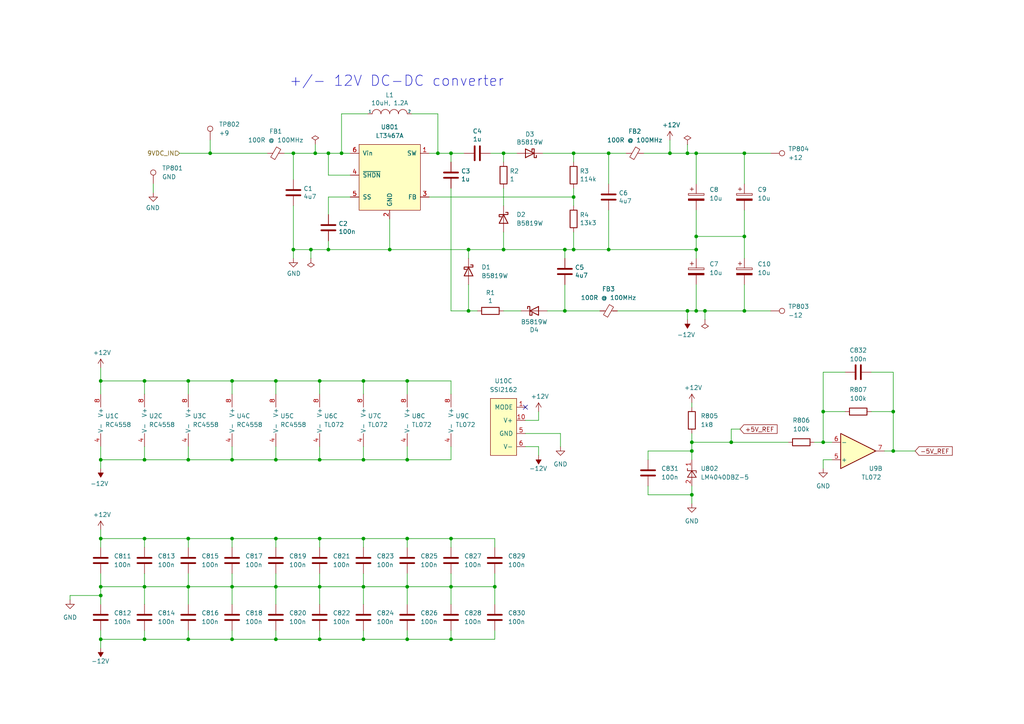
<source format=kicad_sch>
(kicad_sch (version 20211123) (generator eeschema)
  (paper "A4")
  (title_block (title "Phasor II Clone") (date "2022-10-15") (rev "0") (comment 2 "creativecommons.org/licenses/by/4.0/") (comment 3 "License: CC by 4.0: ") (comment 4 "Author: Jordan Aceto"))
  (lib_symbols
    (symbol "Amplifier_Operational:RC4558" (pin_names (offset 0.127))
      (property "Reference" "U" (at 0 5.08 0))
      (property "Value" "RC4558" (at 0 -5.08 0))
      (symbol "RC4558_1_1"
        (polyline (pts (xy -5.08 5.08) (xy 5.08 0) (xy -5.08 -5.08) (xy -5.08 5.08)) (stroke (width 0.254)) (fill (type background)))
        (pin output line (at 7.62 0 180) (length 2.54) (name "~") (number "1"))
        (pin input line (at -7.62 -2.54 0) (length 2.54) (name "-") (number "2"))
        (pin input line (at -7.62 2.54 0) (length 2.54) (name "+") (number "3"))
      )
      (symbol "RC4558_2_1"
        (polyline (pts (xy -5.08 5.08) (xy 5.08 0) (xy -5.08 -5.08) (xy -5.08 5.08)) (stroke (width 0.254)) (fill (type background)))
        (pin input line (at -7.62 2.54 0) (length 2.54) (name "+") (number "5"))
        (pin input line (at -7.62 -2.54 0) (length 2.54) (name "-") (number "6"))
        (pin output line (at 7.62 0 180) (length 2.54) (name "~") (number "7"))
      )
      (symbol "RC4558_3_1"
        (pin power_in line (at -2.54 -7.62 90) (length 3.81) (name "V-") (number "4"))
        (pin power_in line (at -2.54 7.62 270) (length 3.81) (name "V+") (number "8"))
      )
    )
    (symbol "Amplifier_Operational:TL072" (pin_names (offset 0.127))
      (property "Reference" "U" (at 0 5.08 0))
      (property "Value" "TL072" (at 0 -5.08 0))
      (symbol "TL072_1_1"
        (polyline (pts (xy -5.08 5.08) (xy 5.08 0) (xy -5.08 -5.08) (xy -5.08 5.08)) (stroke (width 0.254)) (fill (type background)))
        (pin output line (at 7.62 0 180) (length 2.54) (name "~") (number "1"))
        (pin input line (at -7.62 -2.54 0) (length 2.54) (name "-") (number "2"))
        (pin input line (at -7.62 2.54 0) (length 2.54) (name "+") (number "3"))
      )
      (symbol "TL072_2_1"
        (polyline (pts (xy -5.08 5.08) (xy 5.08 0) (xy -5.08 -5.08) (xy -5.08 5.08)) (stroke (width 0.254)) (fill (type background)))
        (pin input line (at -7.62 2.54 0) (length 2.54) (name "+") (number "5"))
        (pin input line (at -7.62 -2.54 0) (length 2.54) (name "-") (number "6"))
        (pin output line (at 7.62 0 180) (length 2.54) (name "~") (number "7"))
      )
      (symbol "TL072_3_1"
        (pin power_in line (at -2.54 -7.62 90) (length 3.81) (name "V-") (number "4"))
        (pin power_in line (at -2.54 7.62 270) (length 3.81) (name "V+") (number "8"))
      )
    )
    (symbol "Connector:TestPoint" (pin_numbers hide) (pin_names (offset 0.762) hide)
      (property "Reference" "TP" (at 0 6.858 0))
      (property "Value" "TestPoint" (at 0 5.08 0))
      (symbol "TestPoint_0_1"
        (circle (center 0 3.302) (radius 0.762))
      )
      (symbol "TestPoint_1_1"
        (pin passive line (at 0 0 90) (length 2.54) (name "1") (number "1"))
      )
    )
    (symbol "Device:C" (pin_numbers hide) (pin_names (offset 0.254))
      (property "Reference" "C" (at 0.635 2.54 0))
      (property "Value" "C" (at 0.635 -2.54 0))
      (symbol "C_0_1"
        (polyline (pts (xy -2.032 -0.762) (xy 2.032 -0.762)) (stroke (width 0.508)))
        (polyline (pts (xy -2.032 0.762) (xy 2.032 0.762)) (stroke (width 0.508)))
      )
      (symbol "C_1_1"
        (pin passive line (at 0 3.81 270) (length 2.794) (name "~") (number "1"))
        (pin passive line (at 0 -3.81 90) (length 2.794) (name "~") (number "2"))
      )
    )
    (symbol "Device:C_Polarized" (pin_numbers hide) (pin_names (offset 0.254))
      (property "Reference" "C" (at 0.635 2.54 0))
      (property "Value" "C_Polarized" (at 0.635 -2.54 0))
      (symbol "C_Polarized_0_1"
        (rectangle (start -2.286 0.508) (end 2.286 1.016))
        (polyline (pts (xy -1.778 2.286) (xy -0.762 2.286)))
        (polyline (pts (xy -1.27 2.794) (xy -1.27 1.778)))
        (rectangle (start 2.286 -0.508) (end -2.286 -1.016) (fill (type outline)))
      )
      (symbol "C_Polarized_1_1"
        (pin passive line (at 0 3.81 270) (length 2.794) (name "~") (number "1"))
        (pin passive line (at 0 -3.81 90) (length 2.794) (name "~") (number "2"))
      )
    )
    (symbol "Device:D_Schottky" (pin_numbers hide) (pin_names (offset 1.016) hide)
      (property "Reference" "D" (at 0 2.54 0))
      (property "Value" "D_Schottky" (at 0 -2.54 0))
      (symbol "D_Schottky_0_1"
        (polyline (pts (xy 1.27 0) (xy -1.27 0)))
        (polyline (pts (xy 1.27 1.27) (xy 1.27 -1.27) (xy -1.27 0) (xy 1.27 1.27)) (stroke (width 0.254)))
        (polyline (pts (xy -1.905 0.635) (xy -1.905 1.27) (xy -1.27 1.27) (xy -1.27 -1.27) (xy -0.635 -1.27) (xy -0.635 -0.635)) (stroke (width 0.254)))
      )
      (symbol "D_Schottky_1_1"
        (pin passive line (at -3.81 0 0) (length 2.54) (name "K") (number "1"))
        (pin passive line (at 3.81 0 180) (length 2.54) (name "A") (number "2"))
      )
    )
    (symbol "Device:FerriteBead_Small" (pin_numbers hide) (pin_names (offset 0))
      (property "Reference" "FB" (at 1.905 1.27 0))
      (property "Value" "FerriteBead_Small" (at 1.905 -1.27 0))
      (symbol "FerriteBead_Small_0_1"
        (polyline (pts (xy 0 -1.27) (xy 0 -0.7874)))
        (polyline (pts (xy 0 0.889) (xy 0 1.2954)))
        (polyline (pts (xy -1.8288 0.2794) (xy -1.1176 1.4986) (xy 1.8288 -0.2032) (xy 1.1176 -1.4224) (xy -1.8288 0.2794)))
      )
      (symbol "FerriteBead_Small_1_1"
        (pin passive line (at 0 2.54 270) (length 1.27) (name "~") (number "1"))
        (pin passive line (at 0 -2.54 90) (length 1.27) (name "~") (number "2"))
      )
    )
    (symbol "Device:R" (pin_numbers hide) (pin_names (offset 0))
      (property "Reference" "R" (at 2.032 0 90))
      (property "Value" "R" (at 0 0 90))
      (symbol "R_0_1"
        (rectangle (start -1.016 -2.54) (end 1.016 2.54) (stroke (width 0.254)))
      )
      (symbol "R_1_1"
        (pin passive line (at 0 3.81 270) (length 1.27) (name "~") (number "1"))
        (pin passive line (at 0 -3.81 90) (length 1.27) (name "~") (number "2"))
      )
    )
    (symbol "Reference_Voltage:LM4040DBZ-5" (pin_names (offset 0.0254) hide)
      (property "Reference" "U" (at 0 2.54 0))
      (property "Value" "LM4040DBZ-5" (at 0 -3.175 0))
      (symbol "LM4040DBZ-5_0_1"
        (polyline (pts (xy -1.27 0) (xy 0 0) (xy 1.27 0)))
        (polyline (pts (xy -1.27 -1.27) (xy 0.635 0) (xy -1.27 1.27) (xy -1.27 -1.27)) (stroke (width 0.2032)))
        (polyline (pts (xy 0 -1.27) (xy 0.635 -1.27) (xy 0.635 1.27) (xy 1.27 1.27)) (stroke (width 0.2032)))
      )
      (symbol "LM4040DBZ-5_1_1"
        (pin passive line (at 3.81 0 180) (length 2.54) (name "K") (number "1"))
        (pin passive line (at -3.81 0 0) (length 2.54) (name "A") (number "2"))
      )
    )
    (symbol "custom_symbols:LT3467A" (pin_names (offset 1.016))
      (property "Reference" "U701" (at 0 13.97 0))
      (property "Value" "LT3467A" (at 0 11.43 0))
      (symbol "LT3467A_0_1"
        (rectangle (start -8.89 8.89) (end 8.89 -10.16) (fill (type background)))
      )
      (symbol "LT3467A_1_1"
        (pin power_out line (at 11.43 6.35 180) (length 2.54) (name "SW") (number "1"))
        (pin power_in line (at 0 -12.7 90) (length 2.54) (name "GND") (number "2"))
        (pin input line (at 11.43 -6.35 180) (length 2.54) (name "FB") (number "3"))
        (pin input line (at -11.43 0 0) (length 2.54) (name "~{SHDN}") (number "4"))
        (pin input line (at -11.43 -6.35 0) (length 2.54) (name "SS") (number "5"))
        (pin power_in line (at -11.43 6.35 0) (length 2.54) (name "Vin") (number "6"))
      )
    )
    (symbol "custom_symbols:SSI2162" (pin_names (offset 1.016))
      (property "Reference" "U?" (at 2.54 10.16 0))
      (property "Value" "SSI2162" (at 2.54 7.62 0))
      (symbol "SSI2162_1_1"
        (rectangle (start -5.08 5.08) (end 5.08 -5.08) (fill (type background)))
        (polyline (pts (xy 5.08 5.08) (xy -5.08 -5.08)))
        (polyline (pts (xy 5.08 5.08) (xy 10.16 0) (xy 5.08 -5.08) (xy -5.08 5.08)) (fill (type background)))
        (pin input line (at -7.62 0 0) (length 2.54) (name "~") (number "2"))
        (pin input line (at 0 -7.62 90) (length 2.54) (name "~") (number "3"))
        (pin output line (at 12.7 0 180) (length 2.54) (name "~") (number "4"))
      )
      (symbol "SSI2162_2_1"
        (rectangle (start -5.08 5.08) (end 5.08 -5.08) (fill (type background)))
        (polyline (pts (xy 5.08 5.08) (xy -5.08 -5.08)))
        (polyline (pts (xy 5.08 5.08) (xy 10.16 0) (xy 5.08 -5.08) (xy -5.08 5.08)) (fill (type background)))
        (pin output line (at 12.7 0 180) (length 2.54) (name "~") (number "7"))
        (pin input line (at 0 -7.62 90) (length 2.54) (name "~") (number "8"))
        (pin input line (at -7.62 0 0) (length 2.54) (name "~") (number "9"))
      )
      (symbol "SSI2162_3_1"
        (rectangle (start 3.81 -10.16) (end -3.81 6.35) (fill (type background)))
        (pin input line (at 6.35 3.81 180) (length 2.54) (name "MODE") (number "1"))
        (pin power_in line (at 6.35 0 180) (length 2.54) (name "V+") (number "10"))
        (pin power_in line (at 6.35 -3.81 180) (length 2.54) (name "GND") (number "5"))
        (pin power_in line (at 6.35 -7.62 180) (length 2.54) (name "V-") (number "6"))
      )
    )
    (symbol "power:+12V" (power) (pin_names (offset 0))
      (property "Value" "+12V" (at 0 3.556 0))
      (symbol "+12V_0_1"
        (polyline (pts (xy -0.762 1.27) (xy 0 2.54)))
        (polyline (pts (xy 0 0) (xy 0 2.54)))
        (polyline (pts (xy 0 2.54) (xy 0.762 1.27)))
      )
      (symbol "+12V_1_1"
        (pin power_in line (at 0 0 90) (length 0) hide (name "+12V") (number "1"))
      )
    )
    (symbol "power:-12V" (power) (pin_names (offset 0))
      (property "Value" "-12V" (at 0 3.81 0))
      (symbol "-12V_0_0"
        (pin power_in line (at 0 0 90) (length 0) hide (name "-12V") (number "1"))
      )
      (symbol "-12V_0_1"
        (polyline (pts (xy 0 0) (xy 0 1.27) (xy 0.762 1.27) (xy 0 2.54) (xy -0.762 1.27) (xy 0 1.27)) (fill (type outline)))
      )
    )
    (symbol "power:GND" (power) (pin_names (offset 0))
      (property "Value" "GND" (at 0 -3.81 0))
      (symbol "GND_0_1"
        (polyline (pts (xy 0 0) (xy 0 -1.27) (xy 1.27 -1.27) (xy 0 -2.54) (xy -1.27 -1.27) (xy 0 -1.27)))
      )
      (symbol "GND_1_1"
        (pin power_in line (at 0 0 270) (length 0) hide (name "GND") (number "1"))
      )
    )
    (symbol "power:PWR_FLAG" (power) (pin_numbers hide) (pin_names (offset 0) hide)
      (property "Value" "PWR_FLAG" (at 0 3.81 0))
      (symbol "PWR_FLAG_0_0"
        (pin power_out line (at 0 0 90) (length 0) (name "pwr") (number "1"))
      )
      (symbol "PWR_FLAG_0_1"
        (polyline (pts (xy 0 0) (xy 0 1.27) (xy -1.016 1.905) (xy 0 2.54) (xy 1.016 1.905) (xy 0 1.27)))
      )
    )
    (symbol "pspice:INDUCTOR" (pin_numbers hide) (pin_names (offset 0))
      (property "Reference" "L" (at 0 2.54 0))
      (property "Value" "INDUCTOR" (at 0 -1.27 0))
      (symbol "INDUCTOR_0_1"
        (arc (start -2.54 0) (mid -3.81 1.27) (end -5.08 0))
        (arc (start 0 0) (mid -1.27 1.27) (end -2.54 0))
        (arc (start 2.54 0) (mid 1.27 1.27) (end 0 0))
        (arc (start 5.08 0) (mid 3.81 1.27) (end 2.54 0))
      )
      (symbol "INDUCTOR_1_1"
        (pin input line (at -6.35 0 0) (length 1.27) (name "1") (number "1"))
        (pin input line (at 6.35 0 180) (length 1.27) (name "2") (number "2"))
      )
    )
  )
  (junction (at 143.51 170.18))
  (junction (at 201.93 68.58))
  (junction (at 105.41 185.42))
  (junction (at 91.44 44.45))
  (junction (at 67.31 133.35))
  (junction (at 80.01 133.35))
  (junction (at 215.9 44.45))
  (junction (at 95.25 44.45))
  (junction (at 105.41 170.18))
  (junction (at 201.93 72.39))
  (junction (at 238.76 119.38))
  (junction (at 67.31 110.49))
  (junction (at 95.25 72.39))
  (junction (at 118.11 110.49))
  (junction (at 80.01 170.18))
  (junction (at 118.11 170.18))
  (junction (at 118.11 156.21))
  (junction (at 130.81 170.18))
  (junction (at 41.91 185.42))
  (junction (at 215.9 90.17))
  (junction (at 201.93 44.45))
  (junction (at 199.39 44.45))
  (junction (at 29.21 185.42))
  (junction (at 99.06 44.45))
  (junction (at 215.9 68.58))
  (junction (at 212.09 128.27))
  (junction (at 105.41 156.21))
  (junction (at 67.31 156.21))
  (junction (at 259.08 119.38))
  (junction (at 90.17 72.39))
  (junction (at 163.83 72.39))
  (junction (at 199.39 90.17))
  (junction (at 166.37 72.39))
  (junction (at 41.91 110.49))
  (junction (at 176.53 72.39))
  (junction (at 200.66 130.81))
  (junction (at 54.61 156.21))
  (junction (at 80.01 110.49))
  (junction (at 130.81 44.45))
  (junction (at 54.61 170.18))
  (junction (at 105.41 133.35))
  (junction (at 200.66 143.51))
  (junction (at 67.31 170.18))
  (junction (at 29.21 156.21))
  (junction (at 85.09 44.45))
  (junction (at 54.61 185.42))
  (junction (at 54.61 133.35))
  (junction (at 127 44.45))
  (junction (at 130.81 156.21))
  (junction (at 200.66 128.27))
  (junction (at 92.71 185.42))
  (junction (at 29.21 172.72))
  (junction (at 92.71 133.35))
  (junction (at 166.37 57.15))
  (junction (at 105.41 110.49))
  (junction (at 130.81 185.42))
  (junction (at 163.83 90.17))
  (junction (at 113.03 72.39))
  (junction (at 118.11 185.42))
  (junction (at 259.08 130.81))
  (junction (at 80.01 156.21))
  (junction (at 80.01 185.42))
  (junction (at 29.21 170.18))
  (junction (at 54.61 110.49))
  (junction (at 238.76 128.27))
  (junction (at 194.31 44.45))
  (junction (at 92.71 156.21))
  (junction (at 201.93 90.17))
  (junction (at 60.96 44.45))
  (junction (at 146.05 44.45))
  (junction (at 118.11 133.35))
  (junction (at 176.53 44.45))
  (junction (at 166.37 44.45))
  (junction (at 135.89 90.17))
  (junction (at 135.89 72.39))
  (junction (at 146.05 72.39))
  (junction (at 29.21 133.35))
  (junction (at 41.91 156.21))
  (junction (at 67.31 185.42))
  (junction (at 92.71 170.18))
  (junction (at 41.91 170.18))
  (junction (at 85.09 72.39))
  (junction (at 29.21 110.49))
  (junction (at 204.47 90.17))
  (junction (at 41.91 133.35))
  (junction (at 92.71 110.49))
  (no_connect (at 152.4 118.11))
  (wire (pts (xy 29.21 156.21) (xy 41.91 156.21)))
  (wire (pts (xy 130.81 156.21) (xy 143.51 156.21)))
  (wire (pts (xy 101.6 44.45) (xy 99.06 44.45)))
  (wire (pts (xy 157.48 44.45) (xy 166.37 44.45)))
  (wire (pts (xy 105.41 110.49) (xy 92.71 110.49)))
  (wire (pts (xy 29.21 172.72) (xy 29.21 175.26)))
  (wire (pts (xy 200.66 125.73) (xy 200.66 128.27)))
  (wire (pts (xy 29.21 110.49) (xy 29.21 114.3)))
  (wire (pts (xy 54.61 156.21) (xy 67.31 156.21)))
  (wire (pts (xy 187.96 130.81) (xy 200.66 130.81)))
  (wire (pts (xy 118.11 182.88) (xy 118.11 185.42)))
  (wire (pts (xy 200.66 128.27) (xy 200.66 130.81)))
  (wire (pts (xy 29.21 185.42) (xy 29.21 187.96)))
  (wire (pts (xy 54.61 129.54) (xy 54.61 133.35)))
  (wire (pts (xy 187.96 140.97) (xy 187.96 143.51)))
  (wire (pts (xy 92.71 133.35) (xy 80.01 133.35)))
  (wire (pts (xy 143.51 182.88) (xy 143.51 185.42)))
  (wire (pts (xy 135.89 74.93) (xy 135.89 72.39)))
  (wire (pts (xy 105.41 110.49) (xy 105.41 114.3)))
  (wire (pts (xy 118.11 114.3) (xy 118.11 110.49)))
  (wire (pts (xy 54.61 166.37) (xy 54.61 170.18)))
  (wire (pts (xy 215.9 60.96) (xy 215.9 68.58)))
  (wire (pts (xy 201.93 72.39) (xy 201.93 74.93)))
  (wire (pts (xy 118.11 156.21) (xy 118.11 158.75)))
  (wire (pts (xy 105.41 170.18) (xy 105.41 175.26)))
  (wire (pts (xy 166.37 44.45) (xy 166.37 46.99)))
  (wire (pts (xy 134.62 44.45) (xy 130.81 44.45)))
  (wire (pts (xy 118.11 133.35) (xy 105.41 133.35)))
  (wire (pts (xy 252.73 119.38) (xy 259.08 119.38)))
  (wire (pts (xy 259.08 107.95) (xy 252.73 107.95)))
  (wire (pts (xy 194.31 44.45) (xy 199.39 44.45)))
  (wire (pts (xy 166.37 44.45) (xy 176.53 44.45)))
  (wire (pts (xy 67.31 133.35) (xy 54.61 133.35)))
  (wire (pts (xy 29.21 170.18) (xy 41.91 170.18)))
  (wire (pts (xy 54.61 182.88) (xy 54.61 185.42)))
  (wire (pts (xy 85.09 52.07) (xy 85.09 44.45)))
  (wire (pts (xy 130.81 129.54) (xy 130.81 133.35)))
  (wire (pts (xy 130.81 46.99) (xy 130.81 44.45)))
  (wire (pts (xy 201.93 68.58) (xy 201.93 72.39)))
  (wire (pts (xy 200.66 116.84) (xy 200.66 118.11)))
  (wire (pts (xy 105.41 133.35) (xy 92.71 133.35)))
  (wire (pts (xy 259.08 119.38) (xy 259.08 107.95)))
  (wire (pts (xy 199.39 44.45) (xy 201.93 44.45)))
  (wire (pts (xy 186.69 44.45) (xy 194.31 44.45)))
  (wire (pts (xy 223.52 44.45) (xy 215.9 44.45)))
  (wire (pts (xy 41.91 133.35) (xy 29.21 133.35)))
  (wire (pts (xy 67.31 185.42) (xy 80.01 185.42)))
  (wire (pts (xy 238.76 128.27) (xy 238.76 119.38)))
  (wire (pts (xy 29.21 133.35) (xy 29.21 129.54)))
  (wire (pts (xy 29.21 153.67) (xy 29.21 156.21)))
  (wire (pts (xy 67.31 166.37) (xy 67.31 170.18)))
  (wire (pts (xy 200.66 143.51) (xy 200.66 140.97)))
  (wire (pts (xy 146.05 54.61) (xy 146.05 59.69)))
  (wire (pts (xy 92.71 156.21) (xy 92.71 158.75)))
  (wire (pts (xy 238.76 135.89) (xy 238.76 133.35)))
  (wire (pts (xy 80.01 170.18) (xy 80.01 166.37)))
  (wire (pts (xy 119.38 33.02) (xy 127 33.02)))
  (wire (pts (xy 80.01 133.35) (xy 80.01 129.54)))
  (wire (pts (xy 54.61 170.18) (xy 54.61 175.26)))
  (wire (pts (xy 95.25 72.39) (xy 113.03 72.39)))
  (wire (pts (xy 199.39 90.17) (xy 199.39 92.71)))
  (wire (pts (xy 67.31 170.18) (xy 67.31 175.26)))
  (wire (pts (xy 187.96 133.35) (xy 187.96 130.81)))
  (wire (pts (xy 118.11 166.37) (xy 118.11 170.18)))
  (wire (pts (xy 80.01 133.35) (xy 67.31 133.35)))
  (wire (pts (xy 156.21 129.54) (xy 156.21 132.08)))
  (wire (pts (xy 256.54 130.81) (xy 259.08 130.81)))
  (wire (pts (xy 67.31 110.49) (xy 67.31 114.3)))
  (wire (pts (xy 29.21 185.42) (xy 41.91 185.42)))
  (wire (pts (xy 130.81 44.45) (xy 127 44.45)))
  (wire (pts (xy 105.41 166.37) (xy 105.41 170.18)))
  (wire (pts (xy 162.56 129.54) (xy 162.56 125.73)))
  (wire (pts (xy 95.25 62.23) (xy 95.25 57.15)))
  (wire (pts (xy 67.31 156.21) (xy 67.31 158.75)))
  (wire (pts (xy 54.61 185.42) (xy 67.31 185.42)))
  (wire (pts (xy 238.76 133.35) (xy 241.3 133.35)))
  (wire (pts (xy 146.05 72.39) (xy 163.83 72.39)))
  (wire (pts (xy 143.51 166.37) (xy 143.51 170.18)))
  (wire (pts (xy 92.71 133.35) (xy 92.71 129.54)))
  (wire (pts (xy 41.91 110.49) (xy 29.21 110.49)))
  (wire (pts (xy 92.71 156.21) (xy 105.41 156.21)))
  (wire (pts (xy 113.03 72.39) (xy 135.89 72.39)))
  (wire (pts (xy 201.93 60.96) (xy 201.93 68.58)))
  (wire (pts (xy 200.66 146.05) (xy 200.66 143.51)))
  (wire (pts (xy 85.09 72.39) (xy 85.09 74.93)))
  (wire (pts (xy 44.45 55.88) (xy 44.45 53.34)))
  (wire (pts (xy 236.22 128.27) (xy 238.76 128.27)))
  (wire (pts (xy 199.39 44.45) (xy 199.39 41.91)))
  (wire (pts (xy 238.76 119.38) (xy 238.76 107.95)))
  (wire (pts (xy 80.01 185.42) (xy 80.01 182.88)))
  (wire (pts (xy 146.05 67.31) (xy 146.05 72.39)))
  (wire (pts (xy 118.11 156.21) (xy 130.81 156.21)))
  (wire (pts (xy 156.21 121.92) (xy 156.21 119.38)))
  (wire (pts (xy 118.11 170.18) (xy 118.11 175.26)))
  (wire (pts (xy 130.81 114.3) (xy 130.81 110.49)))
  (wire (pts (xy 29.21 106.68) (xy 29.21 110.49)))
  (wire (pts (xy 176.53 72.39) (xy 201.93 72.39)))
  (wire (pts (xy 259.08 130.81) (xy 265.43 130.81)))
  (wire (pts (xy 113.03 72.39) (xy 113.03 63.5)))
  (wire (pts (xy 80.01 170.18) (xy 92.71 170.18)))
  (wire (pts (xy 163.83 82.55) (xy 163.83 90.17)))
  (wire (pts (xy 259.08 130.81) (xy 259.08 119.38)))
  (wire (pts (xy 29.21 166.37) (xy 29.21 170.18)))
  (wire (pts (xy 204.47 90.17) (xy 215.9 90.17)))
  (wire (pts (xy 146.05 46.99) (xy 146.05 44.45)))
  (wire (pts (xy 187.96 143.51) (xy 200.66 143.51)))
  (wire (pts (xy 135.89 72.39) (xy 146.05 72.39)))
  (wire (pts (xy 238.76 107.95) (xy 245.11 107.95)))
  (wire (pts (xy 179.07 90.17) (xy 199.39 90.17)))
  (wire (pts (xy 105.41 185.42) (xy 118.11 185.42)))
  (wire (pts (xy 52.07 44.45) (xy 60.96 44.45)))
  (wire (pts (xy 215.9 44.45) (xy 215.9 53.34)))
  (wire (pts (xy 92.71 185.42) (xy 105.41 185.42)))
  (wire (pts (xy 41.91 156.21) (xy 54.61 156.21)))
  (wire (pts (xy 163.83 74.93) (xy 163.83 72.39)))
  (wire (pts (xy 80.01 175.26) (xy 80.01 170.18)))
  (wire (pts (xy 105.41 170.18) (xy 118.11 170.18)))
  (wire (pts (xy 152.4 125.73) (xy 162.56 125.73)))
  (wire (pts (xy 67.31 110.49) (xy 54.61 110.49)))
  (wire (pts (xy 41.91 133.35) (xy 41.91 129.54)))
  (wire (pts (xy 127 44.45) (xy 124.46 44.45)))
  (wire (pts (xy 215.9 90.17) (xy 223.52 90.17)))
  (wire (pts (xy 92.71 170.18) (xy 92.71 175.26)))
  (wire (pts (xy 41.91 158.75) (xy 41.91 156.21)))
  (wire (pts (xy 80.01 158.75) (xy 80.01 156.21)))
  (wire (pts (xy 176.53 53.34) (xy 176.53 44.45)))
  (wire (pts (xy 156.21 129.54) (xy 152.4 129.54)))
  (wire (pts (xy 67.31 133.35) (xy 67.31 129.54)))
  (wire (pts (xy 90.17 72.39) (xy 85.09 72.39)))
  (wire (pts (xy 130.81 54.61) (xy 130.81 90.17)))
  (wire (pts (xy 199.39 90.17) (xy 201.93 90.17)))
  (wire (pts (xy 54.61 156.21) (xy 54.61 158.75)))
  (wire (pts (xy 99.06 44.45) (xy 95.25 44.45)))
  (wire (pts (xy 105.41 182.88) (xy 105.41 185.42)))
  (wire (pts (xy 130.81 170.18) (xy 130.81 175.26)))
  (wire (pts (xy 214.63 124.46) (xy 212.09 124.46)))
  (wire (pts (xy 212.09 124.46) (xy 212.09 128.27)))
  (wire (pts (xy 54.61 114.3) (xy 54.61 110.49)))
  (wire (pts (xy 127 33.02) (xy 127 44.45)))
  (wire (pts (xy 60.96 40.64) (xy 60.96 44.45)))
  (wire (pts (xy 41.91 175.26) (xy 41.91 170.18)))
  (wire (pts (xy 212.09 128.27) (xy 228.6 128.27)))
  (wire (pts (xy 149.86 44.45) (xy 146.05 44.45)))
  (wire (pts (xy 80.01 110.49) (xy 80.01 114.3)))
  (wire (pts (xy 124.46 57.15) (xy 166.37 57.15)))
  (wire (pts (xy 118.11 170.18) (xy 130.81 170.18)))
  (wire (pts (xy 92.71 110.49) (xy 92.71 114.3)))
  (wire (pts (xy 200.66 128.27) (xy 212.09 128.27)))
  (wire (pts (xy 130.81 90.17) (xy 135.89 90.17)))
  (wire (pts (xy 20.32 173.99) (xy 20.32 172.72)))
  (wire (pts (xy 166.37 54.61) (xy 166.37 57.15)))
  (wire (pts (xy 238.76 119.38) (xy 245.11 119.38)))
  (wire (pts (xy 176.53 44.45) (xy 181.61 44.45)))
  (wire (pts (xy 130.81 166.37) (xy 130.81 170.18)))
  (wire (pts (xy 85.09 44.45) (xy 82.55 44.45)))
  (wire (pts (xy 41.91 185.42) (xy 54.61 185.42)))
  (wire (pts (xy 105.41 156.21) (xy 105.41 158.75)))
  (wire (pts (xy 215.9 44.45) (xy 201.93 44.45)))
  (wire (pts (xy 194.31 44.45) (xy 194.31 40.64)))
  (wire (pts (xy 67.31 182.88) (xy 67.31 185.42)))
  (wire (pts (xy 92.71 166.37) (xy 92.71 170.18)))
  (wire (pts (xy 29.21 156.21) (xy 29.21 158.75)))
  (wire (pts (xy 201.93 68.58) (xy 215.9 68.58)))
  (wire (pts (xy 146.05 44.45) (xy 142.24 44.45)))
  (wire (pts (xy 166.37 57.15) (xy 166.37 59.69)))
  (wire (pts (xy 241.3 128.27) (xy 238.76 128.27)))
  (wire (pts (xy 143.51 170.18) (xy 143.51 175.26)))
  (wire (pts (xy 95.25 69.85) (xy 95.25 72.39)))
  (wire (pts (xy 146.05 90.17) (xy 151.13 90.17)))
  (wire (pts (xy 29.21 133.35) (xy 29.21 135.89)))
  (wire (pts (xy 106.68 33.02) (xy 99.06 33.02)))
  (wire (pts (xy 135.89 82.55) (xy 135.89 90.17)))
  (wire (pts (xy 105.41 133.35) (xy 105.41 129.54)))
  (wire (pts (xy 176.53 60.96) (xy 176.53 72.39)))
  (wire (pts (xy 92.71 182.88) (xy 92.71 185.42)))
  (wire (pts (xy 85.09 72.39) (xy 85.09 59.69)))
  (wire (pts (xy 60.96 44.45) (xy 77.47 44.45)))
  (wire (pts (xy 156.21 121.92) (xy 152.4 121.92)))
  (wire (pts (xy 204.47 90.17) (xy 204.47 92.71)))
  (wire (pts (xy 201.93 53.34) (xy 201.93 44.45)))
  (wire (pts (xy 67.31 170.18) (xy 80.01 170.18)))
  (wire (pts (xy 92.71 110.49) (xy 80.01 110.49)))
  (wire (pts (xy 130.81 156.21) (xy 130.81 158.75)))
  (wire (pts (xy 85.09 44.45) (xy 91.44 44.45)))
  (wire (pts (xy 91.44 44.45) (xy 95.25 44.45)))
  (wire (pts (xy 118.11 110.49) (xy 105.41 110.49)))
  (wire (pts (xy 200.66 130.81) (xy 200.66 133.35)))
  (wire (pts (xy 29.21 170.18) (xy 29.21 172.72)))
  (wire (pts (xy 163.83 72.39) (xy 166.37 72.39)))
  (wire (pts (xy 90.17 72.39) (xy 90.17 74.93)))
  (wire (pts (xy 130.81 185.42) (xy 143.51 185.42)))
  (wire (pts (xy 91.44 44.45) (xy 91.44 41.91)))
  (wire (pts (xy 166.37 72.39) (xy 166.37 67.31)))
  (wire (pts (xy 41.91 185.42) (xy 41.91 182.88)))
  (wire (pts (xy 54.61 110.49) (xy 41.91 110.49)))
  (wire (pts (xy 67.31 156.21) (xy 80.01 156.21)))
  (wire (pts (xy 54.61 133.35) (xy 41.91 133.35)))
  (wire (pts (xy 130.81 182.88) (xy 130.81 185.42)))
  (wire (pts (xy 118.11 129.54) (xy 118.11 133.35)))
  (wire (pts (xy 95.25 50.8) (xy 95.25 44.45)))
  (wire (pts (xy 41.91 170.18) (xy 54.61 170.18)))
  (wire (pts (xy 166.37 72.39) (xy 176.53 72.39)))
  (wire (pts (xy 130.81 110.49) (xy 118.11 110.49)))
  (wire (pts (xy 80.01 156.21) (xy 92.71 156.21)))
  (wire (pts (xy 130.81 170.18) (xy 143.51 170.18)))
  (wire (pts (xy 130.81 133.35) (xy 118.11 133.35)))
  (wire (pts (xy 92.71 170.18) (xy 105.41 170.18)))
  (wire (pts (xy 20.32 172.72) (xy 29.21 172.72)))
  (wire (pts (xy 135.89 90.17) (xy 138.43 90.17)))
  (wire (pts (xy 41.91 110.49) (xy 41.91 114.3)))
  (wire (pts (xy 143.51 156.21) (xy 143.51 158.75)))
  (wire (pts (xy 158.75 90.17) (xy 163.83 90.17)))
  (wire (pts (xy 215.9 68.58) (xy 215.9 74.93)))
  (wire (pts (xy 54.61 170.18) (xy 67.31 170.18)))
  (wire (pts (xy 105.41 156.21) (xy 118.11 156.21)))
  (wire (pts (xy 29.21 182.88) (xy 29.21 185.42)))
  (wire (pts (xy 95.25 57.15) (xy 101.6 57.15)))
  (wire (pts (xy 80.01 110.49) (xy 67.31 110.49)))
  (wire (pts (xy 215.9 82.55) (xy 215.9 90.17)))
  (wire (pts (xy 101.6 50.8) (xy 95.25 50.8)))
  (wire (pts (xy 201.93 90.17) (xy 201.93 82.55)))
  (wire (pts (xy 41.91 170.18) (xy 41.91 166.37)))
  (wire (pts (xy 99.06 33.02) (xy 99.06 44.45)))
  (wire (pts (xy 95.25 72.39) (xy 90.17 72.39)))
  (wire (pts (xy 201.93 90.17) (xy 204.47 90.17)))
  (wire (pts (xy 118.11 185.42) (xy 130.81 185.42)))
  (wire (pts (xy 163.83 90.17) (xy 173.99 90.17)))
  (wire (pts (xy 80.01 185.42) (xy 92.71 185.42)))
  (text "+/- 12V DC-DC converter" (at 83.82 25.4 0) (effects (font (size 3 3)) (justify left bottom)))
  (global_label "+5V_REF" (shape input) (at 214.63 124.46 0) (property "Intersheet References" "${INTERSHEET_REFS}" (effects hide)))
  (global_label "-5V_REF" (shape input) (at 265.43 130.81 0) (property "Intersheet References" "${INTERSHEET_REFS}" (effects hide)))
  (hierarchical_label "9VDC_IN" (shape input) (at 52.07 44.45 180))
  (symbol (lib_id "Device:C_Polarized") (at 201.93 57.15 0) (unit 1)
    (property "Reference" "C8" (at 205.74 54.9909 0) (effects (justify left)))
    (property "Value" "10u" (at 205.74 57.5309 0) (effects (justify left)))
    (property "Footprint" "Capacitor_THT:CP_Radial_D6.3mm_P2.50mm" (effects hide))
  )
  (symbol (lib_id "Device:D_Schottky") (at 153.67 44.45 180) (unit 1)
    (property "Reference" "D3" (at 153.67 38.9382 0))
    (property "Value" "B5819W" (at 153.67 41.2496 0))
    (property "Footprint" "Diode_SMD:D_SOD-123" (effects hide))
  )
  (symbol (lib_id "Connector:TestPoint") (at 44.45 53.34 0) (unit 1)
    (property "Reference" "TP801" (at 46.99 48.7679 0) (effects (justify left)))
    (property "Value" "GND" (at 46.99 51.3079 0) (effects (justify left)))
    (property "Footprint" "TestPoint:TestPoint_Bridge_Pitch7.62mm_Drill1.3mm" (effects hide))
  )
  (symbol (lib_id "power:GND") (at 44.45 55.88 0) (mirror y) (unit 1)
    (property "Reference" "#PWR0801" (effects hide))
    (property "Value" "GND" (at 44.323 60.2742 0))
  )
  (symbol (lib_id "Device:R") (at 166.37 50.8 180) (unit 1)
    (property "Reference" "R3" (at 168.148 49.6316 0) (effects (justify right)))
    (property "Value" "114k" (at 168.148 51.943 0) (effects (justify right)))
    (property "Footprint" "Resistor_SMD:R_0603_1608Metric" (effects hide))
  )
  (symbol (lib_id "power:GND") (at 200.66 146.05 0) (unit 1)
    (property "Reference" "#PWR0817" (effects hide))
    (property "Value" "GND" (at 200.66 151.13 0))
  )
  (symbol (lib_id "Device:R") (at 232.41 128.27 90) (unit 1)
    (property "Reference" "R806" (at 232.41 121.92 90))
    (property "Value" "100k" (at 232.41 124.46 90))
    (property "Footprint" "Resistor_SMD:R_0603_1608Metric" (effects hide))
  )
  (symbol (lib_id "Device:FerriteBead_Small") (at 176.53 90.17 90) (unit 1)
    (property "Reference" "FB3" (at 176.4919 83.82 90))
    (property "Value" "100R @ 100MHz" (at 176.4919 86.36 90))
    (property "Footprint" "Inductor_SMD:L_0805_2012Metric" (effects hide))
  )
  (symbol (lib_id "power:GND") (at 85.09 74.93 0) (unit 1)
    (property "Reference" "#PWR0802" (effects hide))
    (property "Value" "GND" (at 85.217 79.3242 0))
  )
  (symbol (lib_id "Device:C") (at 92.71 162.56 0) (unit 1)
    (property "Reference" "C821" (at 96.52 161.2899 0) (effects (justify left)))
    (property "Value" "100n" (at 96.52 163.8299 0) (effects (justify left)))
    (property "Footprint" "Capacitor_SMD:C_0603_1608Metric" (effects hide))
  )
  (symbol (lib_id "power:GND") (at 162.56 129.54 0) (unit 1)
    (property "Reference" "#PWR0815" (effects hide))
    (property "Value" "GND" (at 162.56 134.62 0))
  )
  (symbol (lib_id "Device:C") (at 118.11 162.56 0) (unit 1)
    (property "Reference" "C825" (at 121.92 161.2899 0) (effects (justify left)))
    (property "Value" "100n" (at 121.92 163.8299 0) (effects (justify left)))
    (property "Footprint" "Capacitor_SMD:C_0603_1608Metric" (effects hide))
  )
  (symbol (lib_id "custom_symbols:SSI2162") (at 146.05 121.92 0) (unit 3)
    (property "Reference" "U10" (at 146.05 110.49 0))
    (property "Value" "SSI2162" (at 146.05 113.03 0))
    (property "Footprint" "Package_SO:SSOP-10_3.9x4.9mm_P1.00mm" (effects hide))
    (property "Datasheet" "https://www.soundsemiconductor.com/downloads/ssi2162datasheet.pdf" (effects hide))
  )
  (symbol (lib_id "Amplifier_Operational:TL072") (at 95.25 121.92 0) (unit 3)
    (property "Reference" "U6" (at 93.98 120.6499 0) (effects (justify left)))
    (property "Value" "TL072" (at 93.98 123.1899 0) (effects (justify left)))
    (property "Footprint" "Package_SO:SOIC-8_3.9x4.9mm_P1.27mm" (effects hide))
    (property "Datasheet" "http://www.ti.com/lit/ds/symlink/tl071.pdf" (effects hide))
  )
  (symbol (lib_id "power:GND") (at 238.76 135.89 0) (unit 1)
    (property "Reference" "#PWR0818" (effects hide))
    (property "Value" "GND" (at 238.76 140.97 0))
  )
  (symbol (lib_id "power:PWR_FLAG") (at 91.44 41.91 0) (unit 1)
    (property "Reference" "#FLG0801" (effects hide))
    (property "Value" "PWR_FLAG" (effects hide))
  )
  (symbol (lib_id "power:+12V") (at 200.66 116.84 0) (unit 1)
    (property "Reference" "#PWR0816" (effects hide))
    (property "Value" "+12V" (at 201.041 112.4458 0))
  )
  (symbol (lib_id "Device:C") (at 176.53 57.15 0) (unit 1)
    (property "Reference" "C6" (at 179.451 55.9816 0) (effects (justify left)))
    (property "Value" "4u7" (at 179.451 58.293 0) (effects (justify left)))
    (property "Footprint" "Capacitor_SMD:C_0805_2012Metric" (effects hide))
  )
  (symbol (lib_id "power:+12V") (at 29.21 153.67 0) (unit 1)
    (property "Reference" "#PWR0811" (effects hide))
    (property "Value" "+12V" (at 29.591 149.2758 0))
  )
  (symbol (lib_id "Device:C") (at 92.71 179.07 0) (unit 1)
    (property "Reference" "C822" (at 96.52 177.7999 0) (effects (justify left)))
    (property "Value" "100n" (at 96.52 180.3399 0) (effects (justify left)))
    (property "Footprint" "Capacitor_SMD:C_0603_1608Metric" (effects hide))
  )
  (symbol (lib_id "Device:C") (at 85.09 55.88 0) (unit 1)
    (property "Reference" "C1" (at 88.011 54.7116 0) (effects (justify left)))
    (property "Value" "4u7" (at 88.011 57.023 0) (effects (justify left)))
    (property "Footprint" "Capacitor_SMD:C_0805_2012Metric" (effects hide))
  )
  (symbol (lib_id "Device:C_Polarized") (at 215.9 57.15 0) (unit 1)
    (property "Reference" "C9" (at 219.71 54.9909 0) (effects (justify left)))
    (property "Value" "10u" (at 219.71 57.5309 0) (effects (justify left)))
    (property "Footprint" "Capacitor_THT:CP_Radial_D6.3mm_P2.50mm" (effects hide))
  )
  (symbol (lib_id "Device:C") (at 163.83 78.74 0) (unit 1)
    (property "Reference" "C5" (at 166.751 77.5716 0) (effects (justify left)))
    (property "Value" "4u7" (at 166.751 79.883 0) (effects (justify left)))
    (property "Footprint" "Capacitor_SMD:C_0805_2012Metric" (effects hide))
  )
  (symbol (lib_id "Device:R") (at 142.24 90.17 90) (unit 1)
    (property "Reference" "R1" (at 142.24 84.9122 90))
    (property "Value" "1" (at 142.24 87.2236 90))
    (property "Footprint" "Resistor_SMD:R_0603_1608Metric" (effects hide))
  )
  (symbol (lib_id "Device:C") (at 95.25 66.04 0) (unit 1)
    (property "Reference" "C2" (at 98.171 64.8716 0) (effects (justify left)))
    (property "Value" "100n" (at 98.171 67.183 0) (effects (justify left)))
    (property "Footprint" "Capacitor_SMD:C_0603_1608Metric" (effects hide))
  )
  (symbol (lib_id "Amplifier_Operational:TL072") (at 120.65 121.92 0) (unit 3)
    (property "Reference" "U8" (at 119.38 120.6499 0) (effects (justify left)))
    (property "Value" "TL072" (at 119.38 123.1899 0) (effects (justify left)))
    (property "Footprint" "Package_SO:SOIC-8_3.9x4.9mm_P1.27mm" (effects hide))
    (property "Datasheet" "http://www.ti.com/lit/ds/symlink/tl071.pdf" (effects hide))
  )
  (symbol (lib_id "Device:C") (at 187.96 137.16 0) (unit 1)
    (property "Reference" "C831" (at 191.77 135.8899 0) (effects (justify left)))
    (property "Value" "100n" (at 191.77 138.4299 0) (effects (justify left)))
    (property "Footprint" "Capacitor_SMD:C_0603_1608Metric" (effects hide))
  )
  (symbol (lib_id "Device:R") (at 200.66 121.92 180) (unit 1)
    (property "Reference" "R805" (at 203.2 120.6499 0) (effects (justify right)))
    (property "Value" "1k8" (at 203.2 123.1899 0) (effects (justify right)))
    (property "Footprint" "Resistor_SMD:R_0603_1608Metric" (effects hide))
  )
  (symbol (lib_id "Device:C") (at 54.61 179.07 0) (unit 1)
    (property "Reference" "C816" (at 58.42 177.7999 0) (effects (justify left)))
    (property "Value" "100n" (at 58.42 180.3399 0) (effects (justify left)))
    (property "Footprint" "Capacitor_SMD:C_0603_1608Metric" (effects hide))
  )
  (symbol (lib_id "Device:C") (at 118.11 179.07 0) (unit 1)
    (property "Reference" "C826" (at 121.92 177.7999 0) (effects (justify left)))
    (property "Value" "100n" (at 121.92 180.3399 0) (effects (justify left)))
    (property "Footprint" "Capacitor_SMD:C_0603_1608Metric" (effects hide))
  )
  (symbol (lib_id "Device:C") (at 130.81 162.56 0) (unit 1)
    (property "Reference" "C827" (at 134.62 161.2899 0) (effects (justify left)))
    (property "Value" "100n" (at 134.62 163.8299 0) (effects (justify left)))
    (property "Footprint" "Capacitor_SMD:C_0603_1608Metric" (effects hide))
  )
  (symbol (lib_id "Device:C") (at 143.51 162.56 0) (unit 1)
    (property "Reference" "C829" (at 147.32 161.2899 0) (effects (justify left)))
    (property "Value" "100n" (at 147.32 163.8299 0) (effects (justify left)))
    (property "Footprint" "Capacitor_SMD:C_0603_1608Metric" (effects hide))
  )
  (symbol (lib_id "Device:C_Polarized") (at 201.93 78.74 0) (unit 1)
    (property "Reference" "C7" (at 205.74 76.5809 0) (effects (justify left)))
    (property "Value" "10u" (at 205.74 79.1209 0) (effects (justify left)))
    (property "Footprint" "Capacitor_THT:CP_Radial_D6.3mm_P2.50mm" (effects hide))
  )
  (symbol (lib_id "power:-12V") (at 156.21 132.08 180) (unit 1)
    (property "Reference" "#PWR0814" (effects hide))
    (property "Value" "-12V" (at 158.75 135.89 0) (effects (justify left)))
  )
  (symbol (lib_id "Device:R") (at 166.37 63.5 180) (unit 1)
    (property "Reference" "R4" (at 168.148 62.3316 0) (effects (justify right)))
    (property "Value" "13k3" (at 168.148 64.643 0) (effects (justify right)))
    (property "Footprint" "Resistor_SMD:R_0603_1608Metric" (effects hide))
  )
  (symbol (lib_id "Device:C") (at 248.92 107.95 270) (mirror x) (unit 1)
    (property "Reference" "C832" (at 248.92 101.6 90))
    (property "Value" "100n" (at 248.92 104.14 90))
    (property "Footprint" "Capacitor_SMD:C_0603_1608Metric" (effects hide))
  )
  (symbol (lib_id "Device:C") (at 29.21 162.56 0) (unit 1)
    (property "Reference" "C811" (at 33.02 161.2899 0) (effects (justify left)))
    (property "Value" "100n" (at 33.02 163.8299 0) (effects (justify left)))
    (property "Footprint" "Capacitor_SMD:C_0603_1608Metric" (effects hide))
  )
  (symbol (lib_id "power:PWR_FLAG") (at 204.47 92.71 180) (unit 1)
    (property "Reference" "#FLG0802" (effects hide))
    (property "Value" "PWR_FLAG" (effects hide))
  )
  (symbol (lib_id "Device:C") (at 41.91 179.07 0) (unit 1)
    (property "Reference" "C814" (at 45.72 177.7999 0) (effects (justify left)))
    (property "Value" "100n" (at 45.72 180.3399 0) (effects (justify left)))
    (property "Footprint" "Capacitor_SMD:C_0603_1608Metric" (effects hide))
  )
  (symbol (lib_id "Device:C") (at 54.61 162.56 0) (unit 1)
    (property "Reference" "C815" (at 58.42 161.2899 0) (effects (justify left)))
    (property "Value" "100n" (at 58.42 163.8299 0) (effects (justify left)))
    (property "Footprint" "Capacitor_SMD:C_0603_1608Metric" (effects hide))
  )
  (symbol (lib_id "Device:C") (at 41.91 162.56 0) (unit 1)
    (property "Reference" "C813" (at 45.72 161.2899 0) (effects (justify left)))
    (property "Value" "100n" (at 45.72 163.8299 0) (effects (justify left)))
    (property "Footprint" "Capacitor_SMD:C_0603_1608Metric" (effects hide))
  )
  (symbol (lib_id "Device:R") (at 146.05 50.8 180) (unit 1)
    (property "Reference" "R2" (at 147.828 49.6316 0) (effects (justify right)))
    (property "Value" "1" (at 147.828 51.943 0) (effects (justify right)))
    (property "Footprint" "Resistor_SMD:R_0603_1608Metric" (effects hide))
  )
  (symbol (lib_id "Amplifier_Operational:TL072") (at 248.92 130.81 0) (mirror x) (unit 2)
    (property "Reference" "U9" (at 254 135.89 0))
    (property "Value" "TL072" (at 252.73 138.43 0))
    (property "Footprint" "Package_SO:SOIC-8_3.9x4.9mm_P1.27mm" (effects hide))
    (property "Datasheet" "http://www.ti.com/lit/ds/symlink/tl071.pdf" (effects hide))
  )
  (symbol (lib_id "Device:C") (at 67.31 179.07 0) (unit 1)
    (property "Reference" "C818" (at 71.12 177.7999 0) (effects (justify left)))
    (property "Value" "100n" (at 71.12 180.3399 0) (effects (justify left)))
    (property "Footprint" "Capacitor_SMD:C_0603_1608Metric" (effects hide))
  )
  (symbol (lib_id "Amplifier_Operational:RC4558") (at 57.15 121.92 0) (unit 3)
    (property "Reference" "U3" (at 55.88 120.6499 0) (effects (justify left)))
    (property "Value" "RC4558" (at 55.88 123.1899 0) (effects (justify left)))
    (property "Footprint" "Package_SO:SOIC-8_3.9x4.9mm_P1.27mm" (effects hide))
    (property "Datasheet" "http://www.ti.com/lit/ds/symlink/rc4558.pdf" (effects hide))
  )
  (symbol (lib_id "Device:FerriteBead_Small") (at 80.01 44.45 90) (unit 1)
    (property "Reference" "FB1" (at 79.9719 38.1 90))
    (property "Value" "100R @ 100MHz" (at 79.9719 40.64 90))
    (property "Footprint" "Inductor_SMD:L_0805_2012Metric" (effects hide))
  )
  (symbol (lib_id "Device:C") (at 80.01 162.56 0) (unit 1)
    (property "Reference" "C819" (at 83.82 161.2899 0) (effects (justify left)))
    (property "Value" "100n" (at 83.82 163.8299 0) (effects (justify left)))
    (property "Footprint" "Capacitor_SMD:C_0603_1608Metric" (effects hide))
  )
  (symbol (lib_id "power:PWR_FLAG") (at 90.17 74.93 180) (unit 1)
    (property "Reference" "#FLG0804" (effects hide))
    (property "Value" "PWR_FLAG" (effects hide))
  )
  (symbol (lib_id "power:GND") (at 20.32 173.99 0) (unit 1)
    (property "Reference" "#PWR0808" (effects hide))
    (property "Value" "GND" (at 20.32 179.07 0))
  )
  (symbol (lib_id "Device:C") (at 67.31 162.56 0) (unit 1)
    (property "Reference" "C817" (at 71.12 161.2899 0) (effects (justify left)))
    (property "Value" "100n" (at 71.12 163.8299 0) (effects (justify left)))
    (property "Footprint" "Capacitor_SMD:C_0603_1608Metric" (effects hide))
  )
  (symbol (lib_id "Device:FerriteBead_Small") (at 184.15 44.45 90) (unit 1)
    (property "Reference" "FB2" (at 184.1119 38.1 90))
    (property "Value" "100R @ 100MHz" (at 184.1119 40.64 90))
    (property "Footprint" "Inductor_SMD:L_0805_2012Metric" (effects hide))
  )
  (symbol (lib_id "Amplifier_Operational:RC4558") (at 69.85 121.92 0) (unit 3)
    (property "Reference" "U4" (at 68.58 120.6499 0) (effects (justify left)))
    (property "Value" "RC4558" (at 68.58 123.1899 0) (effects (justify left)))
    (property "Footprint" "Package_SO:SOIC-8_3.9x4.9mm_P1.27mm" (effects hide))
    (property "Datasheet" "http://www.ti.com/lit/ds/symlink/rc4558.pdf" (effects hide))
  )
  (symbol (lib_id "power:+12V") (at 194.31 40.64 0) (unit 1)
    (property "Reference" "#PWR0804" (effects hide))
    (property "Value" "+12V" (at 194.691 36.2458 0))
  )
  (symbol (lib_id "power:PWR_FLAG") (at 199.39 41.91 0) (unit 1)
    (property "Reference" "#FLG0803" (effects hide))
    (property "Value" "PWR_FLAG" (effects hide))
  )
  (symbol (lib_id "Connector:TestPoint") (at 223.52 44.45 270) (unit 1)
    (property "Reference" "TP804" (at 228.6 43.18 90) (effects (justify left)))
    (property "Value" "+12" (at 228.6 45.72 90) (effects (justify left)))
    (property "Footprint" "TestPoint:TestPoint_Keystone_5000-5004_Miniature" (effects hide))
  )
  (symbol (lib_id "Reference_Voltage:LM4040DBZ-5") (at 200.66 137.16 90) (unit 1)
    (property "Reference" "U802" (at 203.2 135.8899 90) (effects (justify right)))
    (property "Value" "LM4040DBZ-5" (at 203.2 138.4299 90) (effects (justify right)))
    (property "Footprint" "Package_TO_SOT_SMD:SOT-23" (effects hide))
    (property "Datasheet" "http://www.ti.com/lit/ds/symlink/lm4040-n.pdf" (effects hide))
  )
  (symbol (lib_id "power:+12V") (at 29.21 106.68 0) (unit 1)
    (property "Reference" "#PWR0809" (effects hide))
    (property "Value" "+12V" (at 29.591 102.2858 0))
  )
  (symbol (lib_id "Amplifier_Operational:TL072") (at 107.95 121.92 0) (unit 3)
    (property "Reference" "U7" (at 106.68 120.6499 0) (effects (justify left)))
    (property "Value" "TL072" (at 106.68 123.1899 0) (effects (justify left)))
    (property "Footprint" "Package_SO:SOIC-8_3.9x4.9mm_P1.27mm" (effects hide))
    (property "Datasheet" "http://www.ti.com/lit/ds/symlink/tl071.pdf" (effects hide))
  )
  (symbol (lib_id "power:-12V") (at 199.39 92.71 180) (unit 1)
    (property "Reference" "#PWR0803" (effects hide))
    (property "Value" "-12V" (at 199.009 97.1042 0))
  )
  (symbol (lib_id "Device:C_Polarized") (at 215.9 78.74 0) (unit 1)
    (property "Reference" "C10" (at 219.71 76.5809 0) (effects (justify left)))
    (property "Value" "10u" (at 219.71 79.1209 0) (effects (justify left)))
    (property "Footprint" "Capacitor_THT:CP_Radial_D6.3mm_P2.50mm" (effects hide))
  )
  (symbol (lib_id "Device:D_Schottky") (at 135.89 78.74 270) (unit 1)
    (property "Reference" "D1" (at 140.97 77.47 90))
    (property "Value" "B5819W" (at 143.51 80.01 90))
    (property "Footprint" "Diode_SMD:D_SOD-123" (effects hide))
  )
  (symbol (lib_id "pspice:INDUCTOR") (at 113.03 33.02 0) (unit 1)
    (property "Reference" "L1" (at 113.03 27.559 0))
    (property "Value" "10uH, 1.2A" (at 113.03 29.8704 0))
    (property "Footprint" "Inductor_SMD:L_Taiyo-Yuden_NR-50xx" (effects hide))
  )
  (symbol (lib_id "Amplifier_Operational:RC4558") (at 31.75 121.92 0) (unit 3)
    (property "Reference" "U1" (at 30.48 120.6499 0) (effects (justify left)))
    (property "Value" "RC4558" (at 30.48 123.1899 0) (effects (justify left)))
    (property "Footprint" "Package_SO:SOIC-8_3.9x4.9mm_P1.27mm" (effects hide))
    (property "Datasheet" "http://www.ti.com/lit/ds/symlink/rc4558.pdf" (effects hide))
  )
  (symbol (lib_id "Device:D_Schottky") (at 154.94 90.17 0) (unit 1)
    (property "Reference" "D4" (at 154.94 95.6818 0))
    (property "Value" "B5819W" (at 154.94 93.3704 0))
    (property "Footprint" "Diode_SMD:D_SOD-123" (effects hide))
  )
  (symbol (lib_id "Device:C") (at 105.41 162.56 0) (unit 1)
    (property "Reference" "C823" (at 109.22 161.2899 0) (effects (justify left)))
    (property "Value" "100n" (at 109.22 163.8299 0) (effects (justify left)))
    (property "Footprint" "Capacitor_SMD:C_0603_1608Metric" (effects hide))
  )
  (symbol (lib_id "Device:C") (at 80.01 179.07 0) (unit 1)
    (property "Reference" "C820" (at 83.82 177.7999 0) (effects (justify left)))
    (property "Value" "100n" (at 83.82 180.3399 0) (effects (justify left)))
    (property "Footprint" "Capacitor_SMD:C_0603_1608Metric" (effects hide))
  )
  (symbol (lib_id "Amplifier_Operational:TL072") (at 133.35 121.92 0) (unit 3)
    (property "Reference" "U9" (at 132.08 120.6499 0) (effects (justify left)))
    (property "Value" "TL072" (at 132.08 123.1899 0) (effects (justify left)))
    (property "Footprint" "Package_SO:SOIC-8_3.9x4.9mm_P1.27mm" (effects hide))
    (property "Datasheet" "http://www.ti.com/lit/ds/symlink/tl071.pdf" (effects hide))
  )
  (symbol (lib_id "Device:D_Schottky") (at 146.05 63.5 270) (unit 1)
    (property "Reference" "D2" (at 151.13 62.23 90))
    (property "Value" "B5819W" (at 153.67 64.77 90))
    (property "Footprint" "Diode_SMD:D_SOD-123" (effects hide))
  )
  (symbol (lib_id "Connector:TestPoint") (at 223.52 90.17 270) (unit 1)
    (property "Reference" "TP803" (at 228.6 88.8999 90) (effects (justify left)))
    (property "Value" "-12" (at 228.6 91.4399 90) (effects (justify left)))
    (property "Footprint" "TestPoint:TestPoint_Keystone_5000-5004_Miniature" (effects hide))
  )
  (symbol (lib_id "custom_symbols:LT3467A") (at 113.03 50.8 0) (unit 1)
    (property "Reference" "U801" (at 113.03 36.83 0))
    (property "Value" "LT3467A" (at 113.03 39.37 0))
    (property "Footprint" "Package_TO_SOT_SMD:TSOT-23-6" (effects hide))
  )
  (symbol (lib_id "Device:C") (at 105.41 179.07 0) (unit 1)
    (property "Reference" "C824" (at 109.22 177.7999 0) (effects (justify left)))
    (property "Value" "100n" (at 109.22 180.3399 0) (effects (justify left)))
    (property "Footprint" "Capacitor_SMD:C_0603_1608Metric" (effects hide))
  )
  (symbol (lib_id "Device:C") (at 143.51 179.07 0) (unit 1)
    (property "Reference" "C830" (at 147.32 177.7999 0) (effects (justify left)))
    (property "Value" "100n" (at 147.32 180.3399 0) (effects (justify left)))
    (property "Footprint" "Capacitor_SMD:C_0603_1608Metric" (effects hide))
  )
  (symbol (lib_id "Device:C") (at 130.81 179.07 0) (unit 1)
    (property "Reference" "C828" (at 134.62 177.7999 0) (effects (justify left)))
    (property "Value" "100n" (at 134.62 180.3399 0) (effects (justify left)))
    (property "Footprint" "Capacitor_SMD:C_0603_1608Metric" (effects hide))
  )
  (symbol (lib_id "Amplifier_Operational:RC4558") (at 44.45 121.92 0) (unit 3)
    (property "Reference" "U2" (at 43.18 120.6499 0) (effects (justify left)))
    (property "Value" "RC4558" (at 43.18 123.1899 0) (effects (justify left)))
    (property "Footprint" "Package_SO:SOIC-8_3.9x4.9mm_P1.27mm" (effects hide))
    (property "Datasheet" "http://www.ti.com/lit/ds/symlink/rc4558.pdf" (effects hide))
  )
  (symbol (lib_id "power:-12V") (at 29.21 135.89 180) (unit 1)
    (property "Reference" "#PWR0810" (effects hide))
    (property "Value" "-12V" (at 28.829 140.2842 0))
  )
  (symbol (lib_id "Device:C") (at 29.21 179.07 0) (unit 1)
    (property "Reference" "C812" (at 33.02 177.7999 0) (effects (justify left)))
    (property "Value" "100n" (at 33.02 180.3399 0) (effects (justify left)))
    (property "Footprint" "Capacitor_SMD:C_0603_1608Metric" (effects hide))
  )
  (symbol (lib_id "Device:C") (at 138.43 44.45 270) (unit 1)
    (property "Reference" "C4" (at 138.43 38.0492 90))
    (property "Value" "1u" (at 138.43 40.3606 90))
    (property "Footprint" "Capacitor_SMD:C_0805_2012Metric" (effects hide))
  )
  (symbol (lib_id "power:+12V") (at 156.21 119.38 0) (unit 1)
    (property "Reference" "#PWR0813" (effects hide))
    (property "Value" "+12V" (at 156.591 114.9858 0))
  )
  (symbol (lib_id "Amplifier_Operational:RC4558") (at 82.55 121.92 0) (unit 3)
    (property "Reference" "U5" (at 81.28 120.6499 0) (effects (justify left)))
    (property "Value" "RC4558" (at 81.28 123.1899 0) (effects (justify left)))
    (property "Footprint" "Package_SO:SOIC-8_3.9x4.9mm_P1.27mm" (effects hide))
    (property "Datasheet" "http://www.ti.com/lit/ds/symlink/rc4558.pdf" (effects hide))
  )
  (symbol (lib_id "Connector:TestPoint") (at 60.96 40.64 0) (unit 1)
    (property "Reference" "TP802" (at 63.5 36.0679 0) (effects (justify left)))
    (property "Value" "+9" (at 63.5 38.6079 0) (effects (justify left)))
    (property "Footprint" "TestPoint:TestPoint_Keystone_5000-5004_Miniature" (effects hide))
  )
  (symbol (lib_id "Device:C") (at 130.81 50.8 0) (unit 1)
    (property "Reference" "C3" (at 133.731 49.6316 0) (effects (justify left)))
    (property "Value" "1u" (at 133.731 51.943 0) (effects (justify left)))
    (property "Footprint" "Capacitor_SMD:C_0805_2012Metric" (effects hide))
  )
  (symbol (lib_id "Device:R") (at 248.92 119.38 90) (unit 1)
    (property "Reference" "R807" (at 248.92 113.03 90))
    (property "Value" "100k" (at 248.92 115.57 90))
    (property "Footprint" "Resistor_SMD:R_0603_1608Metric" (effects hide))
  )
  (symbol (lib_id "power:-12V") (at 29.21 187.96 180) (unit 1)
    (property "Reference" "#PWR0812" (effects hide))
    (property "Value" "-12V" (at 31.75 191.77 0) (effects (justify left)))
  )
)
</source>
